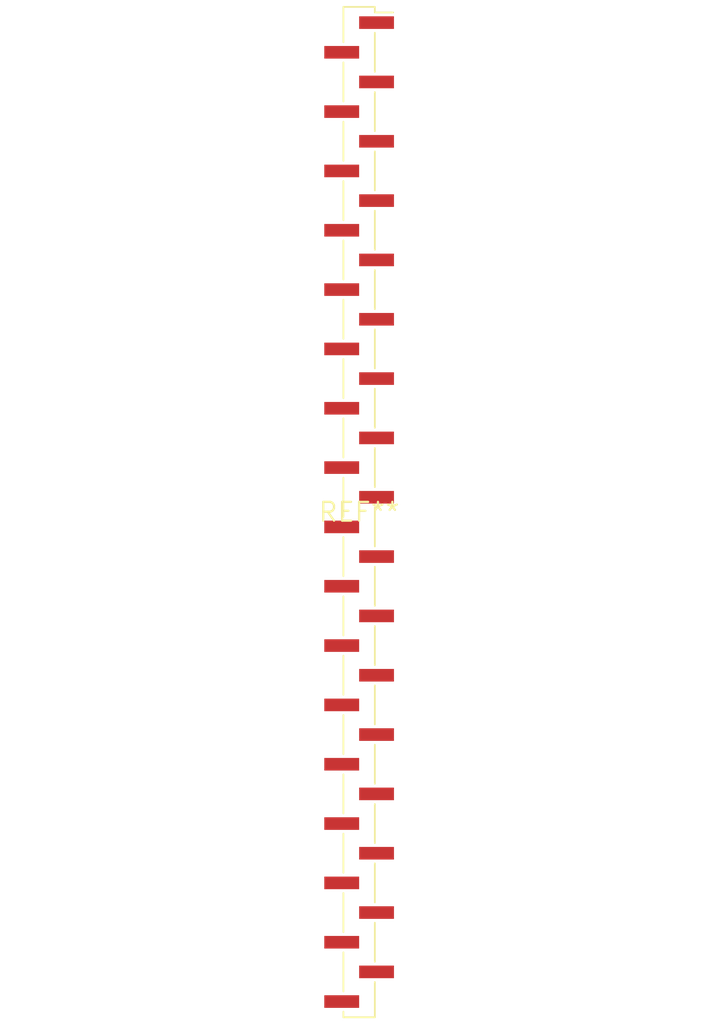
<source format=kicad_pcb>
(kicad_pcb (version 20240108) (generator pcbnew)
  (layers (0 "F.Cu" signal) (31 "B.Cu" signal) (34 "B.Paste" user) (35 "F.Paste" user) (36 "B.SilkS" user "B.Silkscreen") (37 "F.SilkS" user "F.Silkscreen") (38 "B.Mask" user) (39 "F.Mask" user) (44 "Edge.Cuts" user))
  (net 0 "")
  (footprint "PinHeader_1x34_P2.00mm_Vertical_SMD_Pin1Right" (layer "F.Cu") (at 0 0)
    (property "Reference" "REF**")
    (property "Value" "PinHeader_1x34_P2.00mm_Vertical_SMD_Pin1Right")
    (fp_line (start -1.06 -34.06) (end -1.06 -31.685) (layer "F.SilkS") (stroke (width 0.12)))
    (fp_line (start -1.06 -34.06) (end 1.06 -34.06) (layer "F.SilkS") (stroke (width 0.12)))
    (fp_line (start -1.06 -30.315) (end -1.06 -27.685) (layer "F.SilkS") (stroke (width 0.12)))
    (fp_line (start -1.06 -26.315) (end -1.06 -23.685) (layer "F.SilkS") (stroke (width 0.12)))
    (fp_line (start -1.06 -22.315) (end -1.06 -19.685) (layer "F.SilkS") (stroke (width 0.12)))
    (fp_line (start -1.06 -18.315) (end -1.06 -15.685) (layer "F.SilkS") (stroke (width 0.12)))
    (fp_line (start -1.06 -14.315) (end -1.06 -11.685) (layer "F.SilkS") (stroke (width 0.12)))
    (fp_line (start -1.06 -10.315) (end -1.06 -7.685) (layer "F.SilkS") (stroke (width 0.12)))
    (fp_line (start -1.06 -6.315) (end -1.06 -3.685) (layer "F.SilkS") (stroke (width 0.12)))
    (fp_line (start -1.06 -2.315) (end -1.06 0.315) (layer "F.SilkS") (stroke (width 0.12)))
    (fp_line (start -1.06 1.685) (end -1.06 4.315) (layer "F.SilkS") (stroke (width 0.12)))
    (fp_line (start -1.06 5.685) (end -1.06 8.315) (layer "F.SilkS") (stroke (width 0.12)))
    (fp_line (start -1.06 9.685) (end -1.06 12.315) (layer "F.SilkS") (stroke (width 0.12)))
    (fp_line (start -1.06 13.685) (end -1.06 16.315) (layer "F.SilkS") (stroke (width 0.12)))
    (fp_line (start -1.06 17.685) (end -1.06 20.315) (layer "F.SilkS") (stroke (width 0.12)))
    (fp_line (start -1.06 21.685) (end -1.06 24.315) (layer "F.SilkS") (stroke (width 0.12)))
    (fp_line (start -1.06 25.685) (end -1.06 28.315) (layer "F.SilkS") (stroke (width 0.12)))
    (fp_line (start -1.06 29.685) (end -1.06 32.315) (layer "F.SilkS") (stroke (width 0.12)))
    (fp_line (start -1.06 33.685) (end -1.06 34.06) (layer "F.SilkS") (stroke (width 0.12)))
    (fp_line (start -1.06 34.06) (end 1.06 34.06) (layer "F.SilkS") (stroke (width 0.12)))
    (fp_line (start 1.06 -34.06) (end 1.06 -33.685) (layer "F.SilkS") (stroke (width 0.12)))
    (fp_line (start 1.06 -33.685) (end 2.29 -33.685) (layer "F.SilkS") (stroke (width 0.12)))
    (fp_line (start 1.06 -32.315) (end 1.06 -29.685) (layer "F.SilkS") (stroke (width 0.12)))
    (fp_line (start 1.06 -28.315) (end 1.06 -25.685) (layer "F.SilkS") (stroke (width 0.12)))
    (fp_line (start 1.06 -24.315) (end 1.06 -21.685) (layer "F.SilkS") (stroke (width 0.12)))
    (fp_line (start 1.06 -20.315) (end 1.06 -17.685) (layer "F.SilkS") (stroke (width 0.12)))
    (fp_line (start 1.06 -16.315) (end 1.06 -13.685) (layer "F.SilkS") (stroke (width 0.12)))
    (fp_line (start 1.06 -12.315) (end 1.06 -9.685) (layer "F.SilkS") (stroke (width 0.12)))
    (fp_line (start 1.06 -8.315) (end 1.06 -5.685) (layer "F.SilkS") (stroke (width 0.12)))
    (fp_line (start 1.06 -4.315) (end 1.06 -1.685) (layer "F.SilkS") (stroke (width 0.12)))
    (fp_line (start 1.06 -0.315) (end 1.06 2.315) (layer "F.SilkS") (stroke (width 0.12)))
    (fp_line (start 1.06 3.685) (end 1.06 6.315) (layer "F.SilkS") (stroke (width 0.12)))
    (fp_line (start 1.06 7.685) (end 1.06 10.315) (layer "F.SilkS") (stroke (width 0.12)))
    (fp_line (start 1.06 11.685) (end 1.06 14.315) (layer "F.SilkS") (stroke (width 0.12)))
    (fp_line (start 1.06 15.685) (end 1.06 18.315) (layer "F.SilkS") (stroke (width 0.12)))
    (fp_line (start 1.06 19.685) (end 1.06 22.315) (layer "F.SilkS") (stroke (width 0.12)))
    (fp_line (start 1.06 23.685) (end 1.06 26.315) (layer "F.SilkS") (stroke (width 0.12)))
    (fp_line (start 1.06 27.685) (end 1.06 30.315) (layer "F.SilkS") (stroke (width 0.12)))
    (fp_line (start 1.06 31.685) (end 1.06 34.06) (layer "F.SilkS") (stroke (width 0.12)))
    (pad "1" smd rect (at 1.175 -33) (size 2.35 0.85) (layers "F.Cu" "F.Paste" "F.Mask"))
    (pad "2" smd rect (at -1.175 -31) (size 2.35 0.85) (layers "F.Cu" "F.Paste" "F.Mask"))
    (pad "3" smd rect (at 1.175 -29) (size 2.35 0.85) (layers "F.Cu" "F.Paste" "F.Mask"))
    (pad "4" smd rect (at -1.175 -27) (size 2.35 0.85) (layers "F.Cu" "F.Paste" "F.Mask"))
    (pad "5" smd rect (at 1.175 -25) (size 2.35 0.85) (layers "F.Cu" "F.Paste" "F.Mask"))
    (pad "6" smd rect (at -1.175 -23) (size 2.35 0.85) (layers "F.Cu" "F.Paste" "F.Mask"))
    (pad "7" smd rect (at 1.175 -21) (size 2.35 0.85) (layers "F.Cu" "F.Paste" "F.Mask"))
    (pad "8" smd rect (at -1.175 -19) (size 2.35 0.85) (layers "F.Cu" "F.Paste" "F.Mask"))
    (pad "9" smd rect (at 1.175 -17) (size 2.35 0.85) (layers "F.Cu" "F.Paste" "F.Mask"))
    (pad "10" smd rect (at -1.175 -15) (size 2.35 0.85) (layers "F.Cu" "F.Paste" "F.Mask"))
    (pad "11" smd rect (at 1.175 -13) (size 2.35 0.85) (layers "F.Cu" "F.Paste" "F.Mask"))
    (pad "12" smd rect (at -1.175 -11) (size 2.35 0.85) (layers "F.Cu" "F.Paste" "F.Mask"))
    (pad "13" smd rect (at 1.175 -9) (size 2.35 0.85) (layers "F.Cu" "F.Paste" "F.Mask"))
    (pad "14" smd rect (at -1.175 -7) (size 2.35 0.85) (layers "F.Cu" "F.Paste" "F.Mask"))
    (pad "15" smd rect (at 1.175 -5) (size 2.35 0.85) (layers "F.Cu" "F.Paste" "F.Mask"))
    (pad "16" smd rect (at -1.175 -3) (size 2.35 0.85) (layers "F.Cu" "F.Paste" "F.Mask"))
    (pad "17" smd rect (at 1.175 -1) (size 2.35 0.85) (layers "F.Cu" "F.Paste" "F.Mask"))
    (pad "18" smd rect (at -1.175 1) (size 2.35 0.85) (layers "F.Cu" "F.Paste" "F.Mask"))
    (pad "19" smd rect (at 1.175 3) (size 2.35 0.85) (layers "F.Cu" "F.Paste" "F.Mask"))
    (pad "20" smd rect (at -1.175 5) (size 2.35 0.85) (layers "F.Cu" "F.Paste" "F.Mask"))
    (pad "21" smd rect (at 1.175 7) (size 2.35 0.85) (layers "F.Cu" "F.Paste" "F.Mask"))
    (pad "22" smd rect (at -1.175 9) (size 2.35 0.85) (layers "F.Cu" "F.Paste" "F.Mask"))
    (pad "23" smd rect (at 1.175 11) (size 2.35 0.85) (layers "F.Cu" "F.Paste" "F.Mask"))
    (pad "24" smd rect (at -1.175 13) (size 2.35 0.85) (layers "F.Cu" "F.Paste" "F.Mask"))
    (pad "25" smd rect (at 1.175 15) (size 2.35 0.85) (layers "F.Cu" "F.Paste" "F.Mask"))
    (pad "26" smd rect (at -1.175 17) (size 2.35 0.85) (layers "F.Cu" "F.Paste" "F.Mask"))
    (pad "27" smd rect (at 1.175 19) (size 2.35 0.85) (layers "F.Cu" "F.Paste" "F.Mask"))
    (pad "28" smd rect (at -1.175 21) (size 2.35 0.85) (layers "F.Cu" "F.Paste" "F.Mask"))
    (pad "29" smd rect (at 1.175 23) (size 2.35 0.85) (layers "F.Cu" "F.Paste" "F.Mask"))
    (pad "30" smd rect (at -1.175 25) (size 2.35 0.85) (layers "F.Cu" "F.Paste" "F.Mask"))
    (pad "31" smd rect (at 1.175 27) (size 2.35 0.85) (layers "F.Cu" "F.Paste" "F.Mask"))
    (pad "32" smd rect (at -1.175 29) (size 2.35 0.85) (layers "F.Cu" "F.Paste" "F.Mask"))
    (pad "33" smd rect (at 1.175 31) (size 2.35 0.85) (layers "F.Cu" "F.Paste" "F.Mask"))
    (pad "34" smd rect (at -1.175 33) (size 2.35 0.85) (layers "F.Cu" "F.Paste" "F.Mask"))
  )
)
</source>
